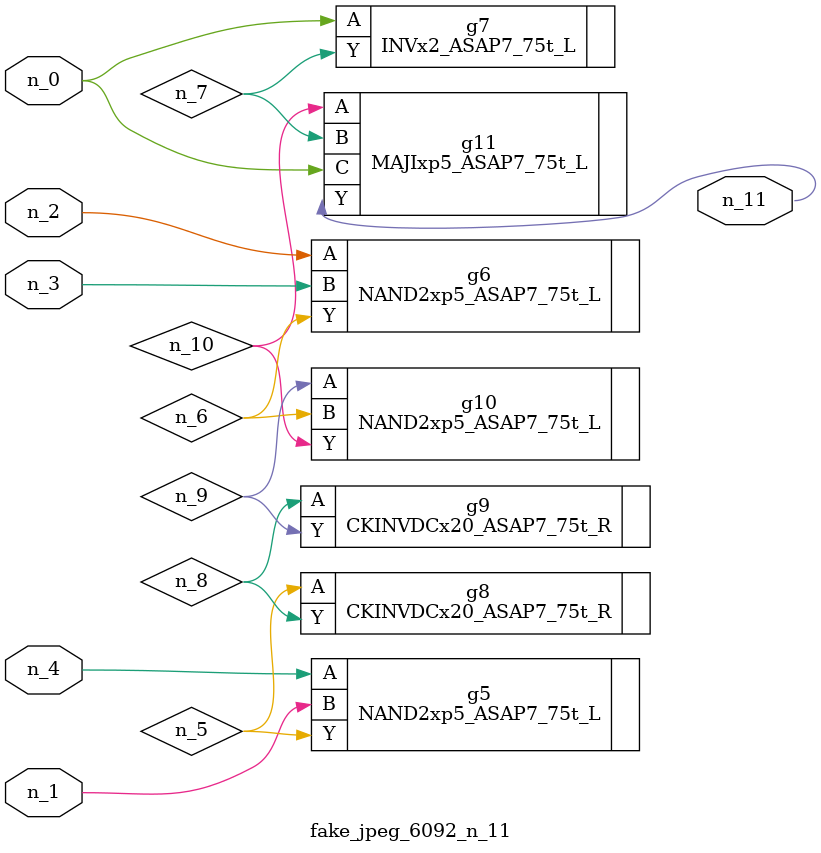
<source format=v>
module fake_jpeg_6092_n_11 (n_3, n_2, n_1, n_0, n_4, n_11);

input n_3;
input n_2;
input n_1;
input n_0;
input n_4;

output n_11;

wire n_10;
wire n_8;
wire n_9;
wire n_6;
wire n_5;
wire n_7;

NAND2xp5_ASAP7_75t_L g5 ( 
.A(n_4),
.B(n_1),
.Y(n_5)
);

NAND2xp5_ASAP7_75t_L g6 ( 
.A(n_2),
.B(n_3),
.Y(n_6)
);

INVx2_ASAP7_75t_L g7 ( 
.A(n_0),
.Y(n_7)
);

CKINVDCx20_ASAP7_75t_R g8 ( 
.A(n_5),
.Y(n_8)
);

CKINVDCx20_ASAP7_75t_R g9 ( 
.A(n_8),
.Y(n_9)
);

NAND2xp5_ASAP7_75t_L g10 ( 
.A(n_9),
.B(n_6),
.Y(n_10)
);

MAJIxp5_ASAP7_75t_L g11 ( 
.A(n_10),
.B(n_7),
.C(n_0),
.Y(n_11)
);


endmodule
</source>
